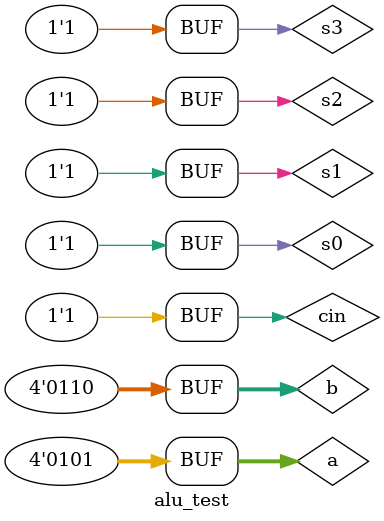
<source format=v>
`timescale 1ns/1ns
`include "alu.v"


module alu_test ();
    reg s0,s1,s2,s3,cin;
    reg [3:0] a,b;
    wire [3:0] f;
    wire cout;

    alu alsu(s0,s1,s2,s3,cin,a,b,f,cout);

    initial begin

        $dumpfile("alu_test.vcd");
        $dumpvars(0,alu_test);

        a = 4'b0101;
        b = 4'b0110;
        s0 = 0;
        s1 = 0;
        s2 = 0;
        s3 = 0;
        cin = 0;
        #100;

        a = 4'b0101;
        b = 4'b0110;
        s0 = 0;
        s1 = 0;
        s2 = 0;
        s3 = 0;
        cin = 1;
        #100;

        a = 4'b0101;
        b = 4'b0110;
        s0 = 1;
        s1 = 0;
        s2 = 0;
        s3 = 0;
        cin = 0;
        #100;

        a = 4'b0101;
        b = 4'b0110;
        s0 = 1;
        s1 = 0;
        s2 = 0;
        s3 = 0;
        cin = 1;
        #100;

        a = 4'b0101;
        b = 4'b0110;
        s0 = 0;
        s1 = 1;
        s2 = 0;
        s3 = 0;
        cin = 0;
        #100;

        a = 4'b0101;
        b = 4'b0110;
        s0 = 0;
        s1 = 1;
        s2 = 0;
        s3 = 0;
        cin = 1;
        #100;

        a = 4'b0101;
        b = 4'b0110;
        s0 = 1;
        s1 = 1;
        s2 = 0;
        s3 = 0;
        cin = 0;
        #100;

        a = 4'b0101;
        b = 4'b0110;
        s0 = 1;
        s1 = 1;
        s2 = 0;
        s3 = 0;
        cin = 1;
        #100;

        a = 4'b0101;
        b = 4'b0110;
        s0 = 0;
        s1 = 0;
        s2 = 1;
        s3 = 0;
        #100;

        a = 4'b0101;
        b = 4'b0110;
        s0 = 1;
        s1 = 0;
        s2 = 1;
        s3 = 0;
        #100;

        a = 4'b0101;
        b = 4'b0110;
        s0 = 0;
        s1 = 1;
        s2 = 1;
        s3 = 0;
        #100;

        a = 4'b0101;
        b = 4'b0110;
        s0 = 1;
        s1 = 1;
        s2 = 1;
        s3 = 0;
        #100;

        a = 4'b0101;
        b = 4'b0110;
        s0 = 1;
        s1 = 1;
        s2 = 0;
        s3 = 1;
        #100;

        a = 4'b0101;
        b = 4'b0110;
        s0 = 1;
        s1 = 1;
        s2 = 1;
        s3 = 1;
        #100;
    end
    
endmodule
</source>
